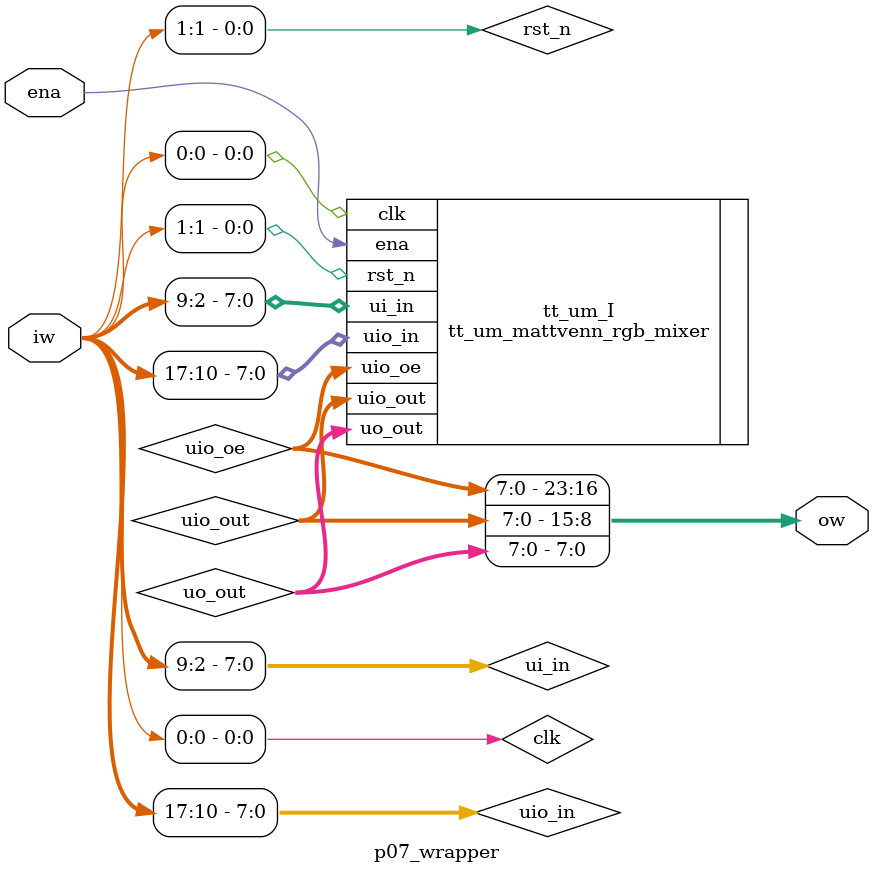
<source format=v>
`default_nettype none

module p07_wrapper (
  input wire ena,
  input wire [17:0] iw,
  output wire [23:0] ow
);

wire [7:0] uio_in;
wire [7:0] uio_out;
wire [7:0] uio_oe;
wire [7:0] uo_out;
wire [7:0] ui_in;
wire clk;
wire rst_n;

assign { uio_in, ui_in, rst_n, clk } = iw;
assign ow = { uio_oe, uio_out, uo_out };

tt_um_mattvenn_rgb_mixer tt_um_I (
  .uio_in  (uio_in),
  .uio_out (uio_out),
  .uio_oe  (uio_oe),
  .uo_out  (uo_out),
  .ui_in   (ui_in),
  .ena     (ena),
  .clk     (clk),
  .rst_n   (rst_n)
);

endmodule

</source>
